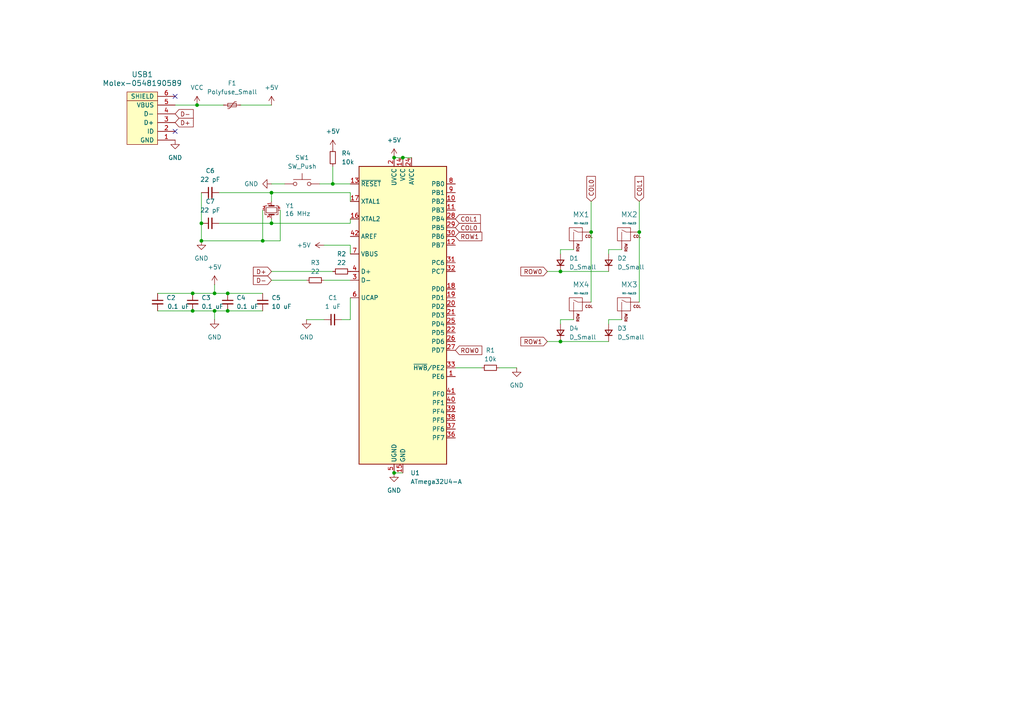
<source format=kicad_sch>
(kicad_sch (version 20231120) (generator "eeschema") (generator_version "8.0")
  (paper "A4")
  (lib_symbols
    (symbol "Device:C_Small" (pin_numbers hide) (pin_names (offset 0.254) hide)
      (property "Reference" "C" (at 0.254 1.778 0))
      (property "Value" "C_Small" (at 0.254 -2.032 0))
      (symbol "C_Small_0_1"
        (polyline (pts (xy -1.524 -0.508) (xy 1.524 -0.508)) (stroke (width 0.3302)))
        (polyline (pts (xy -1.524 0.508) (xy 1.524 0.508)) (stroke (width 0.3048)))
      )
      (symbol "C_Small_1_1"
        (pin passive line (at 0 2.54 270) (length 2.032) (name "~") (number "1"))
        (pin passive line (at 0 -2.54 90) (length 2.032) (name "~") (number "2"))
      )
    )
    (symbol "Device:Crystal_GND24_Small" (pin_names (offset 1.016) hide)
      (property "Reference" "Y" (at 1.27 4.445 0))
      (property "Value" "Crystal_GND24_Small" (at 1.27 2.54 0))
      (symbol "Crystal_GND24_Small_0_1"
        (rectangle (start -0.762 -1.524) (end 0.762 1.524))
        (polyline (pts (xy -1.27 -0.762) (xy -1.27 0.762)) (stroke (width 0.381)))
        (polyline (pts (xy 1.27 -0.762) (xy 1.27 0.762)) (stroke (width 0.381)))
        (polyline (pts (xy -1.27 -1.27) (xy -1.27 -1.905) (xy 1.27 -1.905) (xy 1.27 -1.27)))
        (polyline (pts (xy -1.27 1.27) (xy -1.27 1.905) (xy 1.27 1.905) (xy 1.27 1.27)))
      )
      (symbol "Crystal_GND24_Small_1_1"
        (pin passive line (at -2.54 0 0) (length 1.27) (name "1") (number "1"))
        (pin passive line (at 0 -2.54 90) (length 0.635) (name "2") (number "2"))
        (pin passive line (at 2.54 0 180) (length 1.27) (name "3") (number "3"))
        (pin passive line (at 0 2.54 270) (length 0.635) (name "4") (number "4"))
      )
    )
    (symbol "Device:D_Small" (pin_numbers hide) (pin_names (offset 0.254) hide)
      (property "Reference" "D" (at -1.27 2.032 0))
      (property "Value" "D_Small" (at -3.81 -2.032 0))
      (symbol "D_Small_0_1"
        (polyline (pts (xy -0.762 -1.016) (xy -0.762 1.016)) (stroke (width 0.254)))
        (polyline (pts (xy -0.762 0) (xy 0.762 0)))
        (polyline (pts (xy 0.762 -1.016) (xy -0.762 0) (xy 0.762 1.016) (xy 0.762 -1.016)) (stroke (width 0.254)))
      )
      (symbol "D_Small_1_1"
        (pin passive line (at -2.54 0 0) (length 1.778) (name "K") (number "1"))
        (pin passive line (at 2.54 0 180) (length 1.778) (name "A") (number "2"))
      )
    )
    (symbol "Device:Polyfuse_Small" (pin_numbers hide) (pin_names (offset 0))
      (property "Reference" "F" (at -1.905 0 90))
      (property "Value" "Polyfuse_Small" (at 1.905 0 90))
      (symbol "Polyfuse_Small_0_1"
        (rectangle (start -0.508 1.27) (end 0.508 -1.27))
        (polyline (pts (xy 0 2.54) (xy 0 -2.54)))
        (polyline (pts (xy -1.016 1.27) (xy -1.016 0.762) (xy 1.016 -0.762) (xy 1.016 -1.27)))
      )
      (symbol "Polyfuse_Small_1_1"
        (pin passive line (at 0 2.54 270) (length 0.635) (name "~") (number "1"))
        (pin passive line (at 0 -2.54 90) (length 0.635) (name "~") (number "2"))
      )
    )
    (symbol "Device:R_Small" (pin_numbers hide) (pin_names (offset 0.254) hide)
      (property "Reference" "R" (at 0.762 0.508 0))
      (property "Value" "R_Small" (at 0.762 -1.016 0))
      (symbol "R_Small_0_1"
        (rectangle (start -0.762 1.778) (end 0.762 -1.778) (stroke (width 0.2032)))
      )
      (symbol "R_Small_1_1"
        (pin passive line (at 0 2.54 270) (length 0.762) (name "~") (number "1"))
        (pin passive line (at 0 -2.54 90) (length 0.762) (name "~") (number "2"))
      )
    )
    (symbol "MCU_Microchip_ATmega:ATmega32U4-A"
      (property "Reference" "U" (at -12.7 44.45 0))
      (property "Value" "ATmega32U4-A" (at 2.54 -44.45 0))
      (symbol "ATmega32U4-A_0_1"
        (rectangle (start -12.7 -43.18) (end 12.7 43.18) (stroke (width 0.254)) (fill (type background)))
      )
      (symbol "ATmega32U4-A_1_1"
        (pin bidirectional line (at 15.24 -17.78 180) (length 2.54) (name "PE6") (number "1"))
        (pin bidirectional line (at 15.24 33.02 180) (length 2.54) (name "PB2") (number "10"))
        (pin bidirectional line (at 15.24 30.48 180) (length 2.54) (name "PB3") (number "11"))
        (pin bidirectional line (at 15.24 20.32 180) (length 2.54) (name "PB7") (number "12"))
        (pin input line (at -15.24 38.1 0) (length 2.54) (name "~{RESET}") (number "13"))
        (pin power_in line (at 0 45.72 270) (length 2.54) (name "VCC") (number "14"))
        (pin power_in line (at 0 -45.72 90) (length 2.54) (name "GND") (number "15"))
        (pin output line (at -15.24 27.94 0) (length 2.54) (name "XTAL2") (number "16"))
        (pin input line (at -15.24 33.02 0) (length 2.54) (name "XTAL1") (number "17"))
        (pin bidirectional line (at 15.24 7.62 180) (length 2.54) (name "PD0") (number "18"))
        (pin bidirectional line (at 15.24 5.08 180) (length 2.54) (name "PD1") (number "19"))
        (pin power_in line (at -2.54 45.72 270) (length 2.54) (name "UVCC") (number "2"))
        (pin bidirectional line (at 15.24 2.54 180) (length 2.54) (name "PD2") (number "20"))
        (pin bidirectional line (at 15.24 0 180) (length 2.54) (name "PD3") (number "21"))
        (pin bidirectional line (at 15.24 -5.08 180) (length 2.54) (name "PD5") (number "22"))
        (pin passive line (at 0 -45.72 90) (length 2.54) hide (name "GND") (number "23"))
        (pin power_in line (at 2.54 45.72 270) (length 2.54) (name "AVCC") (number "24"))
        (pin bidirectional line (at 15.24 -2.54 180) (length 2.54) (name "PD4") (number "25"))
        (pin bidirectional line (at 15.24 -7.62 180) (length 2.54) (name "PD6") (number "26"))
        (pin bidirectional line (at 15.24 -10.16 180) (length 2.54) (name "PD7") (number "27"))
        (pin bidirectional line (at 15.24 27.94 180) (length 2.54) (name "PB4") (number "28"))
        (pin bidirectional line (at 15.24 25.4 180) (length 2.54) (name "PB5") (number "29"))
        (pin bidirectional line (at -15.24 10.16 0) (length 2.54) (name "D-") (number "3"))
        (pin bidirectional line (at 15.24 22.86 180) (length 2.54) (name "PB6") (number "30"))
        (pin bidirectional line (at 15.24 15.24 180) (length 2.54) (name "PC6") (number "31"))
        (pin bidirectional line (at 15.24 12.7 180) (length 2.54) (name "PC7") (number "32"))
        (pin bidirectional line (at 15.24 -15.24 180) (length 2.54) (name "~{HWB}/PE2") (number "33"))
        (pin passive line (at 0 45.72 270) (length 2.54) hide (name "VCC") (number "34"))
        (pin passive line (at 0 -45.72 90) (length 2.54) hide (name "GND") (number "35"))
        (pin bidirectional line (at 15.24 -35.56 180) (length 2.54) (name "PF7") (number "36"))
        (pin bidirectional line (at 15.24 -33.02 180) (length 2.54) (name "PF6") (number "37"))
        (pin bidirectional line (at 15.24 -30.48 180) (length 2.54) (name "PF5") (number "38"))
        (pin bidirectional line (at 15.24 -27.94 180) (length 2.54) (name "PF4") (number "39"))
        (pin bidirectional line (at -15.24 12.7 0) (length 2.54) (name "D+") (number "4"))
        (pin bidirectional line (at 15.24 -25.4 180) (length 2.54) (name "PF1") (number "40"))
        (pin bidirectional line (at 15.24 -22.86 180) (length 2.54) (name "PF0") (number "41"))
        (pin passive line (at -15.24 22.86 0) (length 2.54) (name "AREF") (number "42"))
        (pin passive line (at 0 -45.72 90) (length 2.54) hide (name "GND") (number "43"))
        (pin passive line (at 2.54 45.72 270) (length 2.54) hide (name "AVCC") (number "44"))
        (pin passive line (at -2.54 -45.72 90) (length 2.54) (name "UGND") (number "5"))
        (pin passive line (at -15.24 5.08 0) (length 2.54) (name "UCAP") (number "6"))
        (pin input line (at -15.24 17.78 0) (length 2.54) (name "VBUS") (number "7"))
        (pin bidirectional line (at 15.24 38.1 180) (length 2.54) (name "PB0") (number "8"))
        (pin bidirectional line (at 15.24 35.56 180) (length 2.54) (name "PB1") (number "9"))
      )
    )
    (symbol "MX_Alps_Hybrid:MX-NoLED" (pin_names (offset 1.016))
      (property "Reference" "MX" (at -0.635 3.81 0))
      (property "Value" "MX-NoLED" (at -0.635 1.27 0))
      (symbol "MX-NoLED_0_0"
        (rectangle (start -2.54 2.54) (end 1.27 -1.27))
        (polyline (pts (xy -1.27 -1.27) (xy -1.27 1.27)) (stroke (width 0.127)))
        (polyline (pts (xy 1.27 1.27) (xy 0 1.27) (xy -1.27 1.905)) (stroke (width 0.127)))
        (text "COL" (at 3.175 0 0) (effects (font (size 0.762 0.762))))
        (text "ROW" (at 0 -1.905 900) (effects (font (size 0.762 0.762)) (justify right)))
      )
      (symbol "MX-NoLED_1_1"
        (pin passive line (at 3.81 1.27 180) (length 2.54) (name "COL") (number "1"))
        (pin passive line (at -1.27 -3.81 90) (length 2.54) (name "ROW") (number "2"))
      )
    )
    (symbol "Switch:SW_Push" (pin_numbers hide) (pin_names (offset 1.016) hide)
      (property "Reference" "SW" (at 1.27 2.54 0))
      (property "Value" "SW_Push" (at 0 -1.524 0))
      (symbol "SW_Push_0_1"
        (circle (center -2.032 0) (radius 0.508))
        (polyline (pts (xy 0 1.27) (xy 0 3.048)))
        (polyline (pts (xy 2.54 1.27) (xy -2.54 1.27)))
        (circle (center 2.032 0) (radius 0.508))
        (pin passive line (at -5.08 0 0) (length 2.54) (name "1") (number "1"))
        (pin passive line (at 5.08 0 180) (length 2.54) (name "2") (number "2"))
      )
    )
    (symbol "power:+5V" (power) (pin_numbers hide) (pin_names (offset 0) hide)
      (property "Value" "+5V" (at 0 3.556 0))
      (symbol "+5V_0_1"
        (polyline (pts (xy -0.762 1.27) (xy 0 2.54)))
        (polyline (pts (xy 0 0) (xy 0 2.54)))
        (polyline (pts (xy 0 2.54) (xy 0.762 1.27)))
      )
      (symbol "+5V_1_1"
        (pin power_in line (at 0 0 90) (length 0) (name "~") (number "1"))
      )
    )
    (symbol "power:GND" (power) (pin_numbers hide) (pin_names (offset 0) hide)
      (property "Value" "GND" (at 0 -3.81 0))
      (symbol "GND_0_1"
        (polyline (pts (xy 0 0) (xy 0 -1.27) (xy 1.27 -1.27) (xy 0 -2.54) (xy -1.27 -1.27) (xy 0 -1.27)))
      )
      (symbol "GND_1_1"
        (pin power_in line (at 0 0 270) (length 0) (name "~") (number "1"))
      )
    )
    (symbol "power:VCC" (power) (pin_numbers hide) (pin_names (offset 0) hide)
      (property "Value" "VCC" (at 0 3.556 0))
      (symbol "VCC_0_1"
        (polyline (pts (xy -0.762 1.27) (xy 0 2.54)))
        (polyline (pts (xy 0 0) (xy 0 2.54)))
        (polyline (pts (xy 0 2.54) (xy 0.762 1.27)))
      )
      (symbol "VCC_1_1"
        (pin power_in line (at 0 0 90) (length 0) (name "~") (number "1"))
      )
    )
    (symbol "random-keyboard-parts:Molex-0548190589" (pin_names (offset 1.016))
      (property "Reference" "USB" (at 0 7.62 0))
      (property "Value" "Molex-0548190589" (at 0 10.16 0))
      (symbol "Molex-0548190589_0_0"
        (polyline (pts (xy 6.35 -2.54) (xy 6.35 6.35)))
        (rectangle (start 8.89 -2.54) (end -6.35 6.35) (fill (type background)))
      )
      (symbol "Molex-0548190589_1_1"
        (pin input line (at -5.08 -7.62 90) (length 5.08) (name "GND") (number "1"))
        (pin input line (at -2.54 -7.62 90) (length 5.08) (name "ID") (number "2"))
        (pin input line (at 0 -7.62 90) (length 5.08) (name "D+") (number "3"))
        (pin input line (at 2.54 -7.62 90) (length 5.08) (name "D-") (number "4"))
        (pin input line (at 5.08 -7.62 90) (length 5.08) (name "VBUS") (number "5"))
        (pin input line (at 7.62 -7.62 90) (length 5.08) (name "SHIELD") (number "6"))
      )
    )
  )
  (junction (at 58.42 64.77))
  (junction (at 66.04 85.09))
  (junction (at 76.2 69.85))
  (junction (at 162.56 99.06))
  (junction (at 66.04 90.17))
  (junction (at 171.45 67.31))
  (junction (at 114.3 137.16))
  (junction (at 55.88 90.17))
  (junction (at 58.42 69.85))
  (junction (at 62.23 90.17))
  (junction (at 55.88 85.09))
  (junction (at 78.74 55.88))
  (junction (at 62.23 85.09))
  (junction (at 57.15 30.48))
  (junction (at 114.3 45.72))
  (junction (at 116.84 45.72))
  (junction (at 96.52 53.34))
  (junction (at 78.74 64.77))
  (junction (at 185.42 67.31))
  (junction (at 162.56 78.74))
  (no_connect (at 50.8 27.94))
  (no_connect (at 50.8 38.1))
  (wire (pts (xy 101.6 64.77) (xy 101.6 63.5)))
  (wire (pts (xy 185.42 58.42) (xy 185.42 67.31)))
  (wire (pts (xy 114.3 137.16) (xy 116.84 137.16)))
  (wire (pts (xy 162.56 72.39) (xy 162.56 73.66)))
  (wire (pts (xy 57.15 30.48) (xy 64.77 30.48)))
  (wire (pts (xy 171.45 58.42) (xy 171.45 67.31)))
  (wire (pts (xy 139.7 106.68) (xy 132.08 106.68)))
  (wire (pts (xy 62.23 90.17) (xy 66.04 90.17)))
  (wire (pts (xy 116.84 45.72) (xy 119.38 45.72)))
  (wire (pts (xy 93.98 71.12) (xy 101.6 71.12)))
  (wire (pts (xy 55.88 85.09) (xy 62.23 85.09)))
  (wire (pts (xy 66.04 85.09) (xy 76.2 85.09)))
  (wire (pts (xy 158.75 99.06) (xy 162.56 99.06)))
  (wire (pts (xy 69.85 30.48) (xy 78.74 30.48)))
  (wire (pts (xy 58.42 64.77) (xy 58.42 69.85)))
  (wire (pts (xy 78.74 64.77) (xy 101.6 64.77)))
  (wire (pts (xy 76.2 60.96) (xy 76.2 69.85)))
  (wire (pts (xy 162.56 99.06) (xy 176.53 99.06)))
  (wire (pts (xy 176.53 72.39) (xy 176.53 73.66)))
  (wire (pts (xy 88.9 92.71) (xy 93.98 92.71)))
  (wire (pts (xy 101.6 92.71) (xy 101.6 86.36)))
  (wire (pts (xy 62.23 90.17) (xy 62.23 92.71)))
  (wire (pts (xy 162.56 92.71) (xy 162.56 93.98)))
  (wire (pts (xy 180.34 92.71) (xy 176.53 92.71)))
  (wire (pts (xy 63.5 55.88) (xy 78.74 55.88)))
  (wire (pts (xy 158.75 78.74) (xy 162.56 78.74)))
  (wire (pts (xy 171.45 67.31) (xy 171.45 87.63)))
  (wire (pts (xy 78.74 81.28) (xy 88.9 81.28)))
  (wire (pts (xy 114.3 45.72) (xy 116.84 45.72)))
  (wire (pts (xy 62.23 82.55) (xy 62.23 85.09)))
  (wire (pts (xy 99.06 92.71) (xy 101.6 92.71)))
  (wire (pts (xy 78.74 55.88) (xy 78.74 58.42)))
  (wire (pts (xy 185.42 67.31) (xy 185.42 87.63)))
  (wire (pts (xy 66.04 90.17) (xy 76.2 90.17)))
  (wire (pts (xy 92.71 53.34) (xy 96.52 53.34)))
  (wire (pts (xy 45.72 90.17) (xy 55.88 90.17)))
  (wire (pts (xy 144.78 106.68) (xy 149.86 106.68)))
  (wire (pts (xy 176.53 92.71) (xy 176.53 93.98)))
  (wire (pts (xy 78.74 53.34) (xy 82.55 53.34)))
  (wire (pts (xy 101.6 71.12) (xy 101.6 73.66)))
  (wire (pts (xy 96.52 53.34) (xy 101.6 53.34)))
  (wire (pts (xy 58.42 55.88) (xy 58.42 64.77)))
  (wire (pts (xy 50.8 30.48) (xy 57.15 30.48)))
  (wire (pts (xy 166.37 72.39) (xy 162.56 72.39)))
  (wire (pts (xy 81.28 69.85) (xy 76.2 69.85)))
  (wire (pts (xy 101.6 55.88) (xy 101.6 58.42)))
  (wire (pts (xy 78.74 78.74) (xy 96.52 78.74)))
  (wire (pts (xy 78.74 64.77) (xy 78.74 63.5)))
  (wire (pts (xy 45.72 85.09) (xy 55.88 85.09)))
  (wire (pts (xy 62.23 85.09) (xy 66.04 85.09)))
  (wire (pts (xy 81.28 60.96) (xy 81.28 69.85)))
  (wire (pts (xy 162.56 78.74) (xy 176.53 78.74)))
  (wire (pts (xy 78.74 55.88) (xy 101.6 55.88)))
  (wire (pts (xy 55.88 90.17) (xy 62.23 90.17)))
  (wire (pts (xy 63.5 64.77) (xy 78.74 64.77)))
  (wire (pts (xy 180.34 72.39) (xy 176.53 72.39)))
  (wire (pts (xy 93.98 81.28) (xy 101.6 81.28)))
  (wire (pts (xy 96.52 48.26) (xy 96.52 53.34)))
  (wire (pts (xy 76.2 69.85) (xy 58.42 69.85)))
  (wire (pts (xy 166.37 92.71) (xy 162.56 92.71)))
  (global_label "COL1" (shape input) (at 185.42 58.42 90) (property "Intersheetrefs" "${INTERSHEET_REFS}" (effects (hide yes))))
  (global_label "D+" (shape input) (at 50.8 35.56 0) (property "Intersheetrefs" "${INTERSHEET_REFS}" (effects (hide yes))))
  (global_label "D+" (shape input) (at 78.74 78.74 180) (property "Intersheetrefs" "${INTERSHEET_REFS}" (effects (hide yes))))
  (global_label "ROW1" (shape input) (at 158.75 99.06 180) (property "Intersheetrefs" "${INTERSHEET_REFS}" (effects (hide yes))))
  (global_label "ROW0" (shape input) (at 132.08 101.6 0) (property "Intersheetrefs" "${INTERSHEET_REFS}" (effects (hide yes))))
  (global_label "ROW1" (shape input) (at 132.08 68.58 0) (property "Intersheetrefs" "${INTERSHEET_REFS}" (effects (hide yes))))
  (global_label "D-" (shape input) (at 50.8 33.02 0) (property "Intersheetrefs" "${INTERSHEET_REFS}" (effects (hide yes))))
  (global_label "COL0" (shape input) (at 171.45 58.42 90) (property "Intersheetrefs" "${INTERSHEET_REFS}" (effects (hide yes))))
  (global_label "COL1" (shape input) (at 132.08 63.5 0) (property "Intersheetrefs" "${INTERSHEET_REFS}" (effects (hide yes))))
  (global_label "COL0" (shape input) (at 132.08 66.04 0) (property "Intersheetrefs" "${INTERSHEET_REFS}" (effects (hide yes))))
  (global_label "D-" (shape input) (at 78.74 81.28 180) (property "Intersheetrefs" "${INTERSHEET_REFS}" (effects (hide yes))))
  (global_label "ROW0" (shape input) (at 158.75 78.74 180) (property "Intersheetrefs" "${INTERSHEET_REFS}" (effects (hide yes))))
  (symbol (lib_id "power:+5V") (at 114.3 45.72 0) (unit 1)
    (property "Reference" "#PWR01" (effects (hide yes)))
    (property "Value" "+5V" (at 114.3 40.64 0))
    (property "Description" "Power symbol creates a global label with name \"+5V\"" (effects (hide yes)))
  )
  (symbol (lib_id "power:GND") (at 58.42 69.85 0) (unit 1)
    (property "Reference" "#PWR08" (effects (hide yes)))
    (property "Value" "GND" (at 58.42 74.93 0))
    (property "Description" "Power symbol creates a global label with name \"GND\" , ground" (effects (hide yes)))
  )
  (symbol (lib_id "Device:C_Small") (at 45.72 87.63 0) (unit 1)
    (property "Reference" "C2" (at 48.26 86.3662 0) (effects (justify left)))
    (property "Value" "0.1 uF" (at 48.514 88.9 0) (effects (justify left)))
    (property "Footprint" "Capacitor_SMD:C_0805_2012Metric" (effects (hide yes)))
    (property "Description" "Unpolarized capacitor, small symbol" (effects (hide yes)))
  )
  (symbol (lib_id "power:GND") (at 50.8 40.64 0) (unit 1)
    (property "Reference" "#PWR011" (effects (hide yes)))
    (property "Value" "GND" (at 50.8 45.72 0))
    (property "Description" "Power symbol creates a global label with name \"GND\" , ground" (effects (hide yes)))
  )
  (symbol (lib_id "Device:D_Small") (at 162.56 76.2 90) (unit 1)
    (property "Reference" "D1" (at 165.1 74.9299 90) (effects (justify right)))
    (property "Value" "D_Small" (at 165.1 77.4699 90) (effects (justify right)))
    (property "Footprint" "Diode_SMD:D_SOD-123" (effects (hide yes)))
    (property "Description" "Diode, small symbol" (effects (hide yes)))
    (property "Sim.Device" "D" (effects (hide yes)))
    (property "Sim.Pins" "1=K 2=A" (effects (hide yes)))
  )
  (symbol (lib_id "power:GND") (at 78.74 53.34 270) (unit 1)
    (property "Reference" "#PWR09" (effects (hide yes)))
    (property "Value" "GND" (at 74.93 53.3399 90) (effects (justify right)))
    (property "Description" "Power symbol creates a global label with name \"GND\" , ground" (effects (hide yes)))
  )
  (symbol (lib_id "MX_Alps_Hybrid:MX-NoLED") (at 181.61 68.58 0) (unit 1)
    (property "Reference" "MX2" (at 182.5052 62.23 0) (effects (font (size 1.524 1.524))))
    (property "Value" "MX-NoLED" (at 182.5052 64.77 0) (effects (font (size 0.508 0.508))))
    (property "Footprint" "MX_Only:MXOnly-1U-NoLED" (effects (hide yes)))
  )
  (symbol (lib_id "Device:D_Small") (at 176.53 96.52 90) (unit 1)
    (property "Reference" "D3" (at 179.07 95.2499 90) (effects (justify right)))
    (property "Value" "D_Small" (at 179.07 97.7899 90) (effects (justify right)))
    (property "Footprint" "Diode_SMD:D_SOD-123" (effects (hide yes)))
    (property "Description" "Diode, small symbol" (effects (hide yes)))
    (property "Sim.Device" "D" (effects (hide yes)))
    (property "Sim.Pins" "1=K 2=A" (effects (hide yes)))
  )
  (symbol (lib_id "Device:R_Small") (at 142.24 106.68 90) (unit 1)
    (property "Reference" "R1" (at 142.24 101.6 90))
    (property "Value" "10k" (at 142.24 104.14 90))
    (property "Footprint" "Resistor_SMD:R_0805_2012Metric" (effects (hide yes)))
    (property "Description" "Resistor, small symbol" (effects (hide yes)))
  )
  (symbol (lib_id "Device:C_Small") (at 60.96 64.77 90) (unit 1)
    (property "Reference" "C7" (at 60.9663 58.42 90))
    (property "Value" "22 pF" (at 60.9663 60.96 90))
    (property "Footprint" "Capacitor_SMD:C_0805_2012Metric" (effects (hide yes)))
    (property "Description" "Unpolarized capacitor, small symbol" (effects (hide yes)))
  )
  (symbol (lib_id "MX_Alps_Hybrid:MX-NoLED") (at 167.64 68.58 0) (unit 1)
    (property "Reference" "MX1" (at 168.5352 62.23 0) (effects (font (size 1.524 1.524))))
    (property "Value" "MX-NoLED" (at 168.5352 64.77 0) (effects (font (size 0.508 0.508))))
    (property "Footprint" "MX_Only:MXOnly-1U-NoLED" (effects (hide yes)))
  )
  (symbol (lib_id "MX_Alps_Hybrid:MX-NoLED") (at 167.64 88.9 0) (unit 1)
    (property "Reference" "MX4" (at 168.5352 82.55 0) (effects (font (size 1.524 1.524))))
    (property "Value" "MX-NoLED" (at 168.5352 85.09 0) (effects (font (size 0.508 0.508))))
    (property "Footprint" "MX_Only:MXOnly-1U-NoLED" (effects (hide yes)))
  )
  (symbol (lib_id "Device:C_Small") (at 76.2 87.63 0) (unit 1)
    (property "Reference" "C5" (at 78.74 86.3662 0) (effects (justify left)))
    (property "Value" "10 uF" (at 78.74 88.9062 0) (effects (justify left)))
    (property "Footprint" "Capacitor_SMD:C_0805_2012Metric" (effects (hide yes)))
    (property "Description" "Unpolarized capacitor, small symbol" (effects (hide yes)))
  )
  (symbol (lib_id "Device:C_Small") (at 66.04 87.63 0) (unit 1)
    (property "Reference" "C4" (at 68.58 86.3662 0) (effects (justify left)))
    (property "Value" "0.1 uF" (at 68.58 88.9062 0) (effects (justify left)))
    (property "Footprint" "Capacitor_SMD:C_0805_2012Metric" (effects (hide yes)))
    (property "Description" "Unpolarized capacitor, small symbol" (effects (hide yes)))
  )
  (symbol (lib_id "power:GND") (at 114.3 137.16 0) (unit 1)
    (property "Reference" "#PWR02" (effects (hide yes)))
    (property "Value" "GND" (at 114.3 142.24 0))
    (property "Description" "Power symbol creates a global label with name \"GND\" , ground" (effects (hide yes)))
  )
  (symbol (lib_id "power:+5V") (at 62.23 82.55 0) (unit 1)
    (property "Reference" "#PWR06" (effects (hide yes)))
    (property "Value" "+5V" (at 62.23 77.47 0))
    (property "Description" "Power symbol creates a global label with name \"+5V\"" (effects (hide yes)))
  )
  (symbol (lib_id "power:+5V") (at 96.52 43.18 0) (unit 1)
    (property "Reference" "#PWR010" (effects (hide yes)))
    (property "Value" "+5V" (at 96.52 38.1 0))
    (property "Description" "Power symbol creates a global label with name \"+5V\"" (effects (hide yes)))
  )
  (symbol (lib_id "Device:R_Small") (at 96.52 45.72 0) (unit 1)
    (property "Reference" "R4" (at 99.06 44.4499 0) (effects (justify left)))
    (property "Value" "10k" (at 99.06 46.9899 0) (effects (justify left)))
    (property "Footprint" "Resistor_SMD:R_0805_2012Metric" (effects (hide yes)))
    (property "Description" "Resistor, small symbol" (effects (hide yes)))
  )
  (symbol (lib_id "Device:R_Small") (at 99.06 78.74 90) (unit 1)
    (property "Reference" "R2" (at 99.06 73.66 90))
    (property "Value" "22" (at 99.06 76.2 90))
    (property "Footprint" "Resistor_SMD:R_0805_2012Metric" (effects (hide yes)))
    (property "Description" "Resistor, small symbol" (effects (hide yes)))
  )
  (symbol (lib_id "power:VCC") (at 57.15 30.48 0) (unit 1)
    (property "Reference" "#PWR014" (effects (hide yes)))
    (property "Value" "VCC" (at 57.15 25.4 0))
    (property "Description" "Power symbol creates a global label with name \"VCC\"" (effects (hide yes)))
  )
  (symbol (lib_id "Device:C_Small") (at 96.52 92.71 90) (unit 1)
    (property "Reference" "C1" (at 96.5263 86.36 90))
    (property "Value" "1 uF" (at 96.5263 88.9 90))
    (property "Footprint" "Capacitor_SMD:C_0805_2012Metric" (effects (hide yes)))
    (property "Description" "Unpolarized capacitor, small symbol" (effects (hide yes)))
  )
  (symbol (lib_id "power:+5V") (at 78.74 30.48 0) (unit 1)
    (property "Reference" "#PWR013" (effects (hide yes)))
    (property "Value" "+5V" (at 78.74 25.4 0))
    (property "Description" "Power symbol creates a global label with name \"+5V\"" (effects (hide yes)))
  )
  (symbol (lib_id "power:+5V") (at 93.98 71.12 90) (unit 1)
    (property "Reference" "#PWR07" (effects (hide yes)))
    (property "Value" "+5V" (at 90.17 71.1199 90) (effects (justify left)))
    (property "Description" "Power symbol creates a global label with name \"+5V\"" (effects (hide yes)))
  )
  (symbol (lib_id "MX_Alps_Hybrid:MX-NoLED") (at 181.61 88.9 0) (unit 1)
    (property "Reference" "MX3" (at 182.5052 82.55 0) (effects (font (size 1.524 1.524))))
    (property "Value" "MX-NoLED" (at 182.5052 85.09 0) (effects (font (size 0.508 0.508))))
    (property "Footprint" "MX_Only:MXOnly-1U-NoLED" (effects (hide yes)))
  )
  (symbol (lib_id "Switch:SW_Push") (at 87.63 53.34 0) (unit 1)
    (property "Reference" "SW1" (at 87.63 45.72 0))
    (property "Value" "SW_Push" (at 87.63 48.26 0))
    (property "Footprint" "random-keyboard-parts:SKQG-1155865" (effects (hide yes)))
    (property "Description" "Push button switch, generic, two pins" (effects (hide yes)))
  )
  (symbol (lib_id "Device:C_Small") (at 60.96 55.88 90) (unit 1)
    (property "Reference" "C6" (at 60.9663 49.53 90))
    (property "Value" "22 pF" (at 60.9663 52.07 90))
    (property "Footprint" "Capacitor_SMD:C_0805_2012Metric" (effects (hide yes)))
    (property "Description" "Unpolarized capacitor, small symbol" (effects (hide yes)))
  )
  (symbol (lib_id "Device:Crystal_GND24_Small") (at 78.74 60.96 270) (unit 1)
    (property "Reference" "Y1" (at 84.074 59.69 90))
    (property "Value" "16 MHz" (at 86.36 61.976 90))
    (property "Footprint" "Crystal:Crystal_SMD_3225-4Pin_3.2x2.5mm" (effects (hide yes)))
    (property "Description" "Four pin crystal, GND on pins 2 and 4, small symbol" (effects (hide yes)))
  )
  (symbol (lib_id "power:GND") (at 149.86 106.68 0) (unit 1)
    (property "Reference" "#PWR03" (effects (hide yes)))
    (property "Value" "GND" (at 149.86 111.76 0))
    (property "Description" "Power symbol creates a global label with name \"GND\" , ground" (effects (hide yes)))
  )
  (symbol (lib_id "power:GND") (at 88.9 92.71 0) (unit 1)
    (property "Reference" "#PWR04" (effects (hide yes)))
    (property "Value" "GND" (at 88.9 97.79 0))
    (property "Description" "Power symbol creates a global label with name \"GND\" , ground" (effects (hide yes)))
  )
  (symbol (lib_id "Device:D_Small") (at 176.53 76.2 90) (unit 1)
    (property "Reference" "D2" (at 179.07 74.9299 90) (effects (justify right)))
    (property "Value" "D_Small" (at 179.07 77.4699 90) (effects (justify right)))
    (property "Footprint" "Diode_SMD:D_SOD-123" (effects (hide yes)))
    (property "Description" "Diode, small symbol" (effects (hide yes)))
    (property "Sim.Device" "D" (effects (hide yes)))
    (property "Sim.Pins" "1=K 2=A" (effects (hide yes)))
  )
  (symbol (lib_id "Device:R_Small") (at 91.44 81.28 90) (unit 1)
    (property "Reference" "R3" (at 91.44 76.2 90))
    (property "Value" "22" (at 91.44 78.74 90))
    (property "Footprint" "Resistor_SMD:R_0805_2012Metric" (effects (hide yes)))
    (property "Description" "Resistor, small symbol" (effects (hide yes)))
  )
  (symbol (lib_id "Device:C_Small") (at 55.88 87.63 0) (unit 1)
    (property "Reference" "C3" (at 58.42 86.3662 0) (effects (justify left)))
    (property "Value" "0.1 uF" (at 58.42 88.9062 0) (effects (justify left)))
    (property "Footprint" "Capacitor_SMD:C_0805_2012Metric" (effects (hide yes)))
    (property "Description" "Unpolarized capacitor, small symbol" (effects (hide yes)))
  )
  (symbol (lib_id "Device:D_Small") (at 162.56 96.52 90) (unit 1)
    (property "Reference" "D4" (at 165.1 95.2499 90) (effects (justify right)))
    (property "Value" "D_Small" (at 165.1 97.7899 90) (effects (justify right)))
    (property "Footprint" "Diode_SMD:D_SOD-123" (effects (hide yes)))
    (property "Description" "Diode, small symbol" (effects (hide yes)))
    (property "Sim.Device" "D" (effects (hide yes)))
    (property "Sim.Pins" "1=K 2=A" (effects (hide yes)))
  )
  (symbol (lib_id "random-keyboard-parts:Molex-0548190589") (at 43.18 35.56 90) (unit 1)
    (property "Reference" "USB1" (at 41.275 21.59 90) (effects (font (size 1.524 1.524))))
    (property "Value" "Molex-0548190589" (at 41.275 24.13 90) (effects (font (size 1.524 1.524))))
    (property "Footprint" "random-keyboard-parts:Molex-0548190589" (effects (hide yes)))
  )
  (symbol (lib_id "MCU_Microchip_ATmega:ATmega32U4-A") (at 116.84 91.44 0) (unit 1)
    (property "Reference" "U1" (at 119.0341 137.16 0) (effects (justify left)))
    (property "Value" "ATmega32U4-A" (at 119.0341 139.7 0) (effects (justify left)))
    (property "Footprint" "Package_QFP:TQFP-44_10x10mm_P0.8mm" (effects (hide yes)))
    (property "Datasheet" "http://ww1.microchip.com/downloads/en/DeviceDoc/Atmel-7766-8-bit-AVR-ATmega16U4-32U4_Datasheet.pdf" (effects (hide yes)))
    (property "Description" "16MHz, 32kB Flash, 2.5kB SRAM, 1kB EEPROM, USB 2.0, TQFP-44" (effects (hide yes)))
  )
  (symbol (lib_id "power:GND") (at 62.23 92.71 0) (unit 1)
    (property "Reference" "#PWR05" (effects (hide yes)))
    (property "Value" "GND" (at 62.23 97.79 0))
    (property "Description" "Power symbol creates a global label with name \"GND\" , ground" (effects (hide yes)))
  )
  (symbol (lib_id "Device:Polyfuse_Small") (at 67.31 30.48 90) (unit 1)
    (property "Reference" "F1" (at 67.31 24.13 90))
    (property "Value" "Polyfuse_Small" (at 67.31 26.67 90))
    (property "Footprint" "Fuse:Fuse_1206_3216Metric" (effects (hide yes)))
    (property "Description" "Resettable fuse, polymeric positive temperature coefficient, small symbol" (effects (hide yes)))
  )
)
</source>
